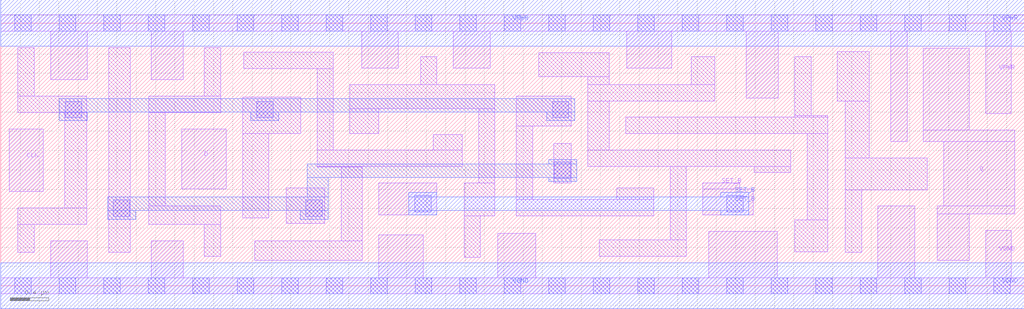
<source format=lef>
# Copyright 2020 The SkyWater PDK Authors
#
# Licensed under the Apache License, Version 2.0 (the "License");
# you may not use this file except in compliance with the License.
# You may obtain a copy of the License at
#
#     https://www.apache.org/licenses/LICENSE-2.0
#
# Unless required by applicable law or agreed to in writing, software
# distributed under the License is distributed on an "AS IS" BASIS,
# WITHOUT WARRANTIES OR CONDITIONS OF ANY KIND, either express or implied.
# See the License for the specific language governing permissions and
# limitations under the License.
#
# SPDX-License-Identifier: Apache-2.0

VERSION 5.7 ;
  NAMESCASESENSITIVE ON ;
  NOWIREEXTENSIONATPIN ON ;
  DIVIDERCHAR "/" ;
  BUSBITCHARS "[]" ;
UNITS
  DATABASE MICRONS 200 ;
END UNITS
PROPERTYDEFINITIONS
  MACRO maskLayoutSubType STRING ;
  MACRO prCellType STRING ;
  MACRO originalViewName STRING ;
END PROPERTYDEFINITIONS
MACRO sky130_fd_sc_hdll__dfstp_2
  CLASS CORE ;
  FOREIGN sky130_fd_sc_hdll__dfstp_2 ;
  ORIGIN  0.000000  0.000000 ;
  SIZE  10.58000 BY  2.720000 ;
  SYMMETRY X Y R90 ;
  SITE unithd ;
  PIN CLK
    ANTENNAGATEAREA  0.178200 ;
    DIRECTION INPUT ;
    USE SIGNAL ;
    PORT
      LAYER li1 ;
        RECT 0.090000 0.975000 0.440000 1.625000 ;
    END
  END CLK
  PIN D
    ANTENNAGATEAREA  0.247200 ;
    DIRECTION INPUT ;
    USE SIGNAL ;
    PORT
      LAYER li1 ;
        RECT 1.870000 1.005000 2.330000 1.625000 ;
    END
  END D
  PIN Q
    ANTENNADIFFAREA  0.530500 ;
    DIRECTION OUTPUT ;
    USE SIGNAL ;
    PORT
      LAYER li1 ;
        RECT 9.540000 1.495000 10.485000 1.615000 ;
        RECT 9.540000 1.615000 10.015000 2.460000 ;
        RECT 9.685000 0.265000 10.015000 0.745000 ;
        RECT 9.685000 0.745000 10.485000 0.825000 ;
        RECT 9.750000 0.825000 10.485000 1.495000 ;
    END
  END Q
  PIN SET_B
    ANTENNAGATEAREA  0.277200 ;
    DIRECTION INPUT ;
    USE SIGNAL ;
    PORT
      LAYER li1 ;
        RECT 3.910000 0.735000 4.510000 1.065000 ;
        RECT 7.260000 0.735000 7.780000 1.005000 ;
        RECT 7.260000 1.005000 7.640000 1.065000 ;
      LAYER mcon ;
        RECT 4.280000 0.765000 4.450000 0.935000 ;
        RECT 7.505000 0.765000 7.675000 0.935000 ;
      LAYER met1 ;
        RECT 4.220000 0.735000 4.510000 0.780000 ;
        RECT 4.220000 0.780000 7.735000 0.920000 ;
        RECT 4.220000 0.920000 4.510000 0.965000 ;
        RECT 7.445000 0.735000 7.735000 0.780000 ;
        RECT 7.445000 0.920000 7.735000 0.965000 ;
    END
  END SET_B
  PIN VGND
    ANTENNADIFFAREA  1.330550 ;
    DIRECTION INOUT ;
    USE SIGNAL ;
    PORT
      LAYER li1 ;
        RECT  0.000000 -0.085000 10.580000 0.085000 ;
        RECT  0.515000  0.085000  0.895000 0.465000 ;
        RECT  1.555000  0.085000  1.885000 0.465000 ;
        RECT  3.910000  0.085000  4.370000 0.525000 ;
        RECT  5.140000  0.085000  5.530000 0.545000 ;
        RECT  7.320000  0.085000  8.030000 0.565000 ;
        RECT  9.070000  0.085000  9.450000 0.825000 ;
        RECT 10.185000  0.085000 10.450000 0.575000 ;
      LAYER mcon ;
        RECT  0.145000 -0.085000  0.315000 0.085000 ;
        RECT  0.605000 -0.085000  0.775000 0.085000 ;
        RECT  1.065000 -0.085000  1.235000 0.085000 ;
        RECT  1.525000 -0.085000  1.695000 0.085000 ;
        RECT  1.985000 -0.085000  2.155000 0.085000 ;
        RECT  2.445000 -0.085000  2.615000 0.085000 ;
        RECT  2.905000 -0.085000  3.075000 0.085000 ;
        RECT  3.365000 -0.085000  3.535000 0.085000 ;
        RECT  3.825000 -0.085000  3.995000 0.085000 ;
        RECT  4.285000 -0.085000  4.455000 0.085000 ;
        RECT  4.745000 -0.085000  4.915000 0.085000 ;
        RECT  5.205000 -0.085000  5.375000 0.085000 ;
        RECT  5.665000 -0.085000  5.835000 0.085000 ;
        RECT  6.125000 -0.085000  6.295000 0.085000 ;
        RECT  6.585000 -0.085000  6.755000 0.085000 ;
        RECT  7.045000 -0.085000  7.215000 0.085000 ;
        RECT  7.505000 -0.085000  7.675000 0.085000 ;
        RECT  7.965000 -0.085000  8.135000 0.085000 ;
        RECT  8.425000 -0.085000  8.595000 0.085000 ;
        RECT  8.885000 -0.085000  9.055000 0.085000 ;
        RECT  9.345000 -0.085000  9.515000 0.085000 ;
        RECT  9.805000 -0.085000  9.975000 0.085000 ;
        RECT 10.265000 -0.085000 10.435000 0.085000 ;
      LAYER met1 ;
        RECT 0.000000 -0.240000 10.580000 0.240000 ;
    END
  END VGND
  PIN VPWR
    ANTENNADIFFAREA  1.678900 ;
    DIRECTION INOUT ;
    USE SIGNAL ;
    PORT
      LAYER li1 ;
        RECT  0.000000 2.635000 10.580000 2.805000 ;
        RECT  0.515000 2.135000  0.895000 2.635000 ;
        RECT  1.555000 2.135000  1.885000 2.635000 ;
        RECT  3.730000 2.255000  4.110000 2.635000 ;
        RECT  4.680000 2.255000  5.060000 2.635000 ;
        RECT  6.470000 2.255000  6.940000 2.635000 ;
        RECT  7.710000 1.945000  8.040000 2.635000 ;
        RECT  9.200000 1.495000  9.370000 2.635000 ;
        RECT 10.185000 1.785000 10.450000 2.635000 ;
      LAYER mcon ;
        RECT  0.145000 2.635000  0.315000 2.805000 ;
        RECT  0.605000 2.635000  0.775000 2.805000 ;
        RECT  1.065000 2.635000  1.235000 2.805000 ;
        RECT  1.525000 2.635000  1.695000 2.805000 ;
        RECT  1.985000 2.635000  2.155000 2.805000 ;
        RECT  2.445000 2.635000  2.615000 2.805000 ;
        RECT  2.905000 2.635000  3.075000 2.805000 ;
        RECT  3.365000 2.635000  3.535000 2.805000 ;
        RECT  3.825000 2.635000  3.995000 2.805000 ;
        RECT  4.285000 2.635000  4.455000 2.805000 ;
        RECT  4.745000 2.635000  4.915000 2.805000 ;
        RECT  5.205000 2.635000  5.375000 2.805000 ;
        RECT  5.665000 2.635000  5.835000 2.805000 ;
        RECT  6.125000 2.635000  6.295000 2.805000 ;
        RECT  6.585000 2.635000  6.755000 2.805000 ;
        RECT  7.045000 2.635000  7.215000 2.805000 ;
        RECT  7.505000 2.635000  7.675000 2.805000 ;
        RECT  7.965000 2.635000  8.135000 2.805000 ;
        RECT  8.425000 2.635000  8.595000 2.805000 ;
        RECT  8.885000 2.635000  9.055000 2.805000 ;
        RECT  9.345000 2.635000  9.515000 2.805000 ;
        RECT  9.805000 2.635000  9.975000 2.805000 ;
        RECT 10.265000 2.635000 10.435000 2.805000 ;
      LAYER met1 ;
        RECT 0.000000 2.480000 10.580000 2.960000 ;
    END
  END VPWR
  OBS
    LAYER li1 ;
      RECT 0.175000 0.345000 0.345000 0.635000 ;
      RECT 0.175000 0.635000 0.890000 0.805000 ;
      RECT 0.175000 1.795000 0.890000 1.965000 ;
      RECT 0.175000 1.965000 0.345000 2.465000 ;
      RECT 0.660000 0.805000 0.890000 1.795000 ;
      RECT 1.115000 0.345000 1.340000 2.465000 ;
      RECT 1.530000 0.635000 2.275000 0.825000 ;
      RECT 1.530000 0.825000 1.700000 1.795000 ;
      RECT 1.530000 1.795000 2.275000 1.965000 ;
      RECT 2.105000 0.305000 2.275000 0.635000 ;
      RECT 2.105000 1.965000 2.275000 2.465000 ;
      RECT 2.500000 0.705000 2.770000 1.575000 ;
      RECT 2.500000 1.575000 3.100000 1.955000 ;
      RECT 2.510000 2.250000 3.440000 2.420000 ;
      RECT 2.625000 0.265000 3.740000 0.465000 ;
      RECT 2.950000 0.645000 3.350000 1.015000 ;
      RECT 3.270000 1.230000 3.740000 1.235000 ;
      RECT 3.270000 1.235000 4.770000 1.405000 ;
      RECT 3.270000 1.405000 3.440000 2.250000 ;
      RECT 3.520000 0.465000 3.740000 1.230000 ;
      RECT 3.610000 1.575000 3.910000 1.835000 ;
      RECT 3.610000 1.835000 5.110000 2.085000 ;
      RECT 4.340000 2.085000 4.510000 2.375000 ;
      RECT 4.470000 1.405000 4.770000 1.565000 ;
      RECT 4.790000 0.295000 4.960000 0.725000 ;
      RECT 4.790000 0.725000 5.110000 1.065000 ;
      RECT 4.940000 1.065000 5.110000 1.835000 ;
      RECT 5.330000 0.725000 6.750000 0.895000 ;
      RECT 5.330000 0.895000 5.500000 1.655000 ;
      RECT 5.330000 1.655000 5.900000 1.965000 ;
      RECT 5.560000 2.165000 6.290000 2.415000 ;
      RECT 5.720000 1.065000 5.900000 1.475000 ;
      RECT 6.070000 1.235000 8.170000 1.405000 ;
      RECT 6.070000 1.405000 6.290000 1.915000 ;
      RECT 6.070000 1.915000 7.380000 2.085000 ;
      RECT 6.070000 2.085000 6.290000 2.165000 ;
      RECT 6.190000 0.305000 7.090000 0.475000 ;
      RECT 6.370000 0.895000 6.750000 1.015000 ;
      RECT 6.460000 1.575000 8.550000 1.745000 ;
      RECT 6.920000 0.475000 7.090000 1.235000 ;
      RECT 7.140000 2.085000 7.380000 2.375000 ;
      RECT 7.790000 1.175000 8.170000 1.235000 ;
      RECT 8.210000 0.350000 8.550000 0.680000 ;
      RECT 8.210000 1.745000 8.550000 1.765000 ;
      RECT 8.210000 1.765000 8.380000 2.375000 ;
      RECT 8.340000 0.680000 8.550000 1.575000 ;
      RECT 8.650000 1.915000 8.980000 2.425000 ;
      RECT 8.730000 0.345000 8.900000 0.995000 ;
      RECT 8.730000 0.995000 9.580000 1.325000 ;
      RECT 8.730000 1.325000 8.980000 1.915000 ;
    LAYER mcon ;
      RECT 0.665000 1.740000 0.835000 1.910000 ;
      RECT 1.165000 0.720000 1.335000 0.890000 ;
      RECT 2.645000 1.740000 2.815000 1.910000 ;
      RECT 3.155000 0.720000 3.325000 0.890000 ;
      RECT 5.705000 1.740000 5.875000 1.910000 ;
      RECT 5.725000 1.110000 5.895000 1.280000 ;
    LAYER met1 ;
      RECT 0.605000 1.710000 0.895000 1.800000 ;
      RECT 0.605000 1.800000 5.935000 1.940000 ;
      RECT 1.105000 0.690000 1.395000 0.780000 ;
      RECT 1.105000 0.780000 3.385000 0.920000 ;
      RECT 2.585000 1.710000 2.875000 1.800000 ;
      RECT 3.095000 0.690000 3.385000 0.780000 ;
      RECT 3.170000 0.920000 3.385000 1.120000 ;
      RECT 3.170000 1.120000 5.955000 1.260000 ;
      RECT 5.645000 1.710000 5.935000 1.800000 ;
      RECT 5.665000 1.080000 5.955000 1.120000 ;
      RECT 5.665000 1.260000 5.955000 1.310000 ;
  END
  PROPERTY maskLayoutSubType "abstract" ;
  PROPERTY prCellType "standard" ;
  PROPERTY originalViewName "layout" ;
END sky130_fd_sc_hdll__dfstp_2

</source>
